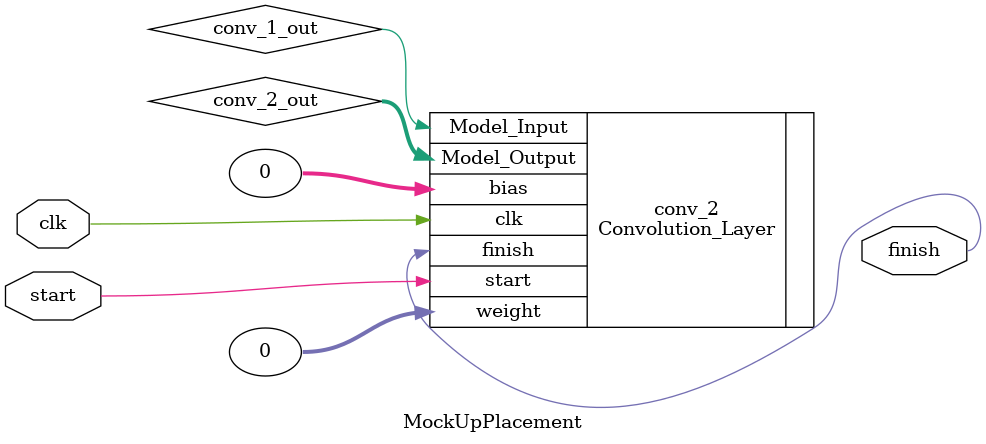
<source format=v>
`timescale 1ns / 1ps


module MockUpPlacement(
    input clk,
    input start,
    output finish
);
    wire [32 * 5 * 5 * 20 - 1:0] conv_2_out;
    
    Convolution_Layer #(
        .DATAWIDTH(12),
        .DATAHEIGHT(12),
        .DATACHANNEL(8),
        .FILTERBATCH(20)
    ) conv_2 (
        .clk(clk), .start(start),
        .Model_Input(conv_1_out), .Model_Output(conv_2_out),
        .weight(0), .bias(0), .finish(finish)
    );
endmodule

</source>
